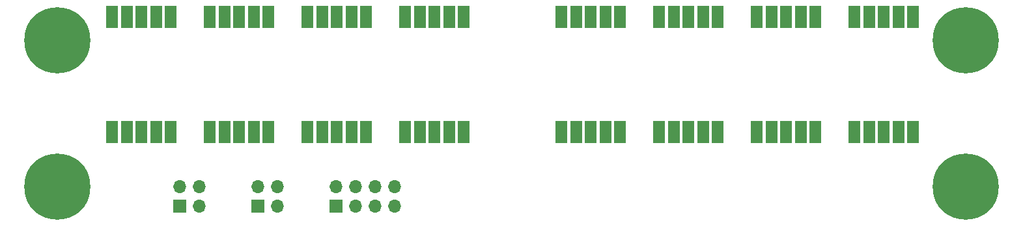
<source format=gbr>
%TF.GenerationSoftware,KiCad,Pcbnew,(5.1.8)-1*%
%TF.CreationDate,2021-01-26T11:35:07-05:00*%
%TF.ProjectId,SSD8_Row,53534438-5f52-46f7-972e-6b696361645f,rev?*%
%TF.SameCoordinates,Original*%
%TF.FileFunction,Soldermask,Top*%
%TF.FilePolarity,Negative*%
%FSLAX46Y46*%
G04 Gerber Fmt 4.6, Leading zero omitted, Abs format (unit mm)*
G04 Created by KiCad (PCBNEW (5.1.8)-1) date 2021-01-26 11:35:07*
%MOMM*%
%LPD*%
G01*
G04 APERTURE LIST*
%ADD10R,1.700000X1.700000*%
%ADD11O,1.700000X1.700000*%
%ADD12C,8.600000*%
%ADD13C,0.900000*%
%ADD14R,1.650000X3.000000*%
G04 APERTURE END LIST*
D10*
%TO.C,J2*%
X55880000Y-40640000D03*
D11*
X55880000Y-38100000D03*
X58420000Y-40640000D03*
X58420000Y-38100000D03*
X60960000Y-40640000D03*
X60960000Y-38100000D03*
X63500000Y-40640000D03*
X63500000Y-38100000D03*
%TD*%
D12*
%TO.C,REF\u002A\u002A*%
X19685000Y-38100000D03*
D13*
X22910000Y-38100000D03*
X21965419Y-40380419D03*
X19685000Y-41325000D03*
X17404581Y-40380419D03*
X16460000Y-38100000D03*
X17404581Y-35819581D03*
X19685000Y-34875000D03*
X21965419Y-35819581D03*
%TD*%
D12*
%TO.C,REF\u002A\u002A*%
X19685000Y-19050000D03*
D13*
X22910000Y-19050000D03*
X21965419Y-21330419D03*
X19685000Y-22275000D03*
X17404581Y-21330419D03*
X16460000Y-19050000D03*
X17404581Y-16769581D03*
X19685000Y-15825000D03*
X21965419Y-16769581D03*
%TD*%
D12*
%TO.C,REF\u002A\u002A*%
X137795000Y-38100000D03*
D13*
X141020000Y-38100000D03*
X140075419Y-40380419D03*
X137795000Y-41325000D03*
X135514581Y-40380419D03*
X134570000Y-38100000D03*
X135514581Y-35819581D03*
X137795000Y-34875000D03*
X140075419Y-35819581D03*
%TD*%
D12*
%TO.C,REF\u002A\u002A*%
X137795000Y-19050000D03*
D13*
X141020000Y-19050000D03*
X140075419Y-21330419D03*
X137795000Y-22275000D03*
X135514581Y-21330419D03*
X134570000Y-19050000D03*
X135514581Y-16769581D03*
X137795000Y-15825000D03*
X140075419Y-16769581D03*
%TD*%
D14*
%TO.C,D4*%
X72507000Y-15995000D03*
X70607000Y-15995000D03*
X68707000Y-15995000D03*
X66807000Y-15995000D03*
X64907000Y-15995000D03*
X64907000Y-30995000D03*
X66807000Y-30995000D03*
X68707000Y-30995000D03*
X70607000Y-30995000D03*
X72507000Y-30995000D03*
%TD*%
%TO.C,D1*%
X34407000Y-15995000D03*
X32507000Y-15995000D03*
X30607000Y-15995000D03*
X28707000Y-15995000D03*
X26807000Y-15995000D03*
X26807000Y-30995000D03*
X28707000Y-30995000D03*
X30607000Y-30995000D03*
X32507000Y-30995000D03*
X34407000Y-30995000D03*
%TD*%
%TO.C,D5*%
X92827000Y-15995000D03*
X90927000Y-15995000D03*
X89027000Y-15995000D03*
X87127000Y-15995000D03*
X85227000Y-15995000D03*
X85227000Y-30995000D03*
X87127000Y-30995000D03*
X89027000Y-30995000D03*
X90927000Y-30995000D03*
X92827000Y-30995000D03*
%TD*%
%TO.C,D2*%
X47107000Y-30995000D03*
X45207000Y-30995000D03*
X43307000Y-30995000D03*
X41407000Y-30995000D03*
X39507000Y-30995000D03*
X39507000Y-15995000D03*
X41407000Y-15995000D03*
X43307000Y-15995000D03*
X45207000Y-15995000D03*
X47107000Y-15995000D03*
%TD*%
%TO.C,D6*%
X105527000Y-30995000D03*
X103627000Y-30995000D03*
X101727000Y-30995000D03*
X99827000Y-30995000D03*
X97927000Y-30995000D03*
X97927000Y-15995000D03*
X99827000Y-15995000D03*
X101727000Y-15995000D03*
X103627000Y-15995000D03*
X105527000Y-15995000D03*
%TD*%
%TO.C,D3*%
X59807000Y-30995000D03*
X57907000Y-30995000D03*
X56007000Y-30995000D03*
X54107000Y-30995000D03*
X52207000Y-30995000D03*
X52207000Y-15995000D03*
X54107000Y-15995000D03*
X56007000Y-15995000D03*
X57907000Y-15995000D03*
X59807000Y-15995000D03*
%TD*%
%TO.C,D7*%
X118227000Y-30995000D03*
X116327000Y-30995000D03*
X114427000Y-30995000D03*
X112527000Y-30995000D03*
X110627000Y-30995000D03*
X110627000Y-15995000D03*
X112527000Y-15995000D03*
X114427000Y-15995000D03*
X116327000Y-15995000D03*
X118227000Y-15995000D03*
%TD*%
%TO.C,D8*%
X130927000Y-15995000D03*
X129027000Y-15995000D03*
X127127000Y-15995000D03*
X125227000Y-15995000D03*
X123327000Y-15995000D03*
X123327000Y-30995000D03*
X125227000Y-30995000D03*
X127127000Y-30995000D03*
X129027000Y-30995000D03*
X130927000Y-30995000D03*
%TD*%
D10*
%TO.C,J1*%
X35560000Y-40640000D03*
D11*
X35560000Y-38100000D03*
X38100000Y-40640000D03*
X38100000Y-38100000D03*
%TD*%
%TO.C,J3*%
X48260000Y-38100000D03*
X48260000Y-40640000D03*
X45720000Y-38100000D03*
D10*
X45720000Y-40640000D03*
%TD*%
M02*

</source>
